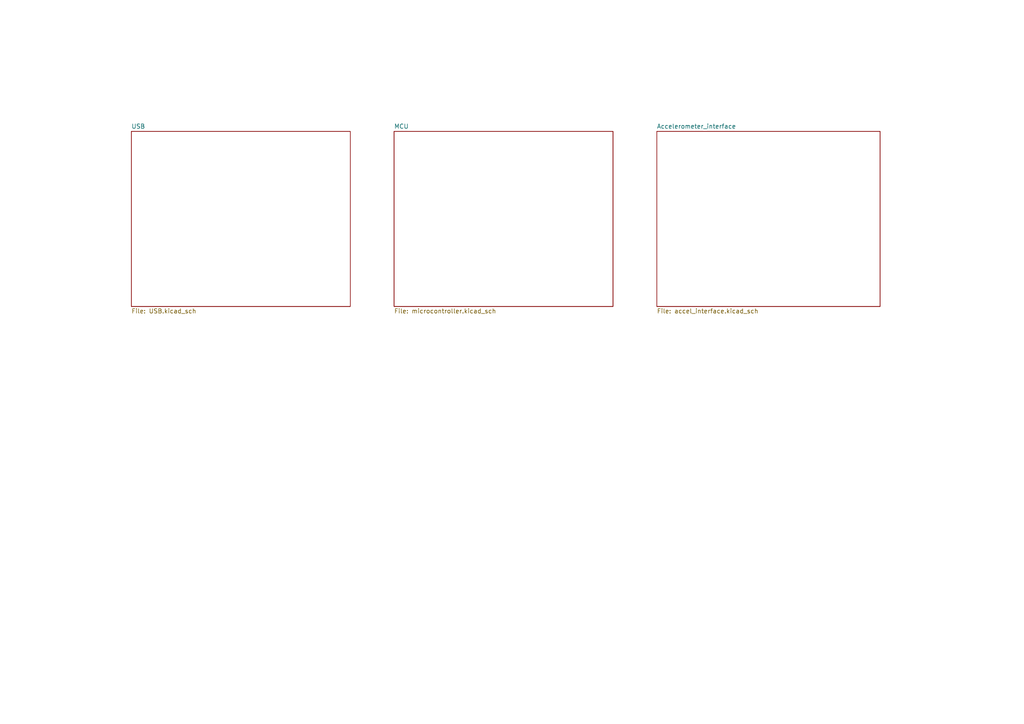
<source format=kicad_sch>
(kicad_sch
	(version 20231120)
	(generator "eeschema")
	(generator_version "8.0")
	(uuid "18de6987-156a-4b34-871e-cbbe1d261986")
	(paper "A4")
	(lib_symbols)
	(sheet
		(at 114.3 38.1)
		(size 63.5 50.8)
		(fields_autoplaced yes)
		(stroke
			(width 0.1524)
			(type solid)
		)
		(fill
			(color 0 0 0 0.0000)
		)
		(uuid "12588020-3bb6-4766-98bd-8aed38e60ec0")
		(property "Sheetname" "MCU"
			(at 114.3 37.3884 0)
			(effects
				(font
					(size 1.27 1.27)
				)
				(justify left bottom)
			)
		)
		(property "Sheetfile" "microcontroller.kicad_sch"
			(at 114.3 89.4846 0)
			(effects
				(font
					(size 1.27 1.27)
				)
				(justify left top)
			)
		)
		(instances
			(project "vibrometer_h7"
				(path "/18de6987-156a-4b34-871e-cbbe1d261986"
					(page "3")
				)
			)
		)
	)
	(sheet
		(at 38.1 38.1)
		(size 63.5 50.8)
		(fields_autoplaced yes)
		(stroke
			(width 0.1524)
			(type solid)
		)
		(fill
			(color 0 0 0 0.0000)
		)
		(uuid "4babb748-278e-4430-a66a-20cd9b0b193f")
		(property "Sheetname" "USB"
			(at 38.1 37.3884 0)
			(effects
				(font
					(size 1.27 1.27)
				)
				(justify left bottom)
			)
		)
		(property "Sheetfile" "USB.kicad_sch"
			(at 38.1 89.4846 0)
			(effects
				(font
					(size 1.27 1.27)
				)
				(justify left top)
			)
		)
		(instances
			(project "vibrometer_h7"
				(path "/18de6987-156a-4b34-871e-cbbe1d261986"
					(page "2")
				)
			)
		)
	)
	(sheet
		(at 190.5 38.1)
		(size 64.77 50.8)
		(fields_autoplaced yes)
		(stroke
			(width 0.1524)
			(type solid)
		)
		(fill
			(color 0 0 0 0.0000)
		)
		(uuid "719d72ab-d813-461f-9482-52ce573716fd")
		(property "Sheetname" "Accelerometer_interface"
			(at 190.5 37.3884 0)
			(effects
				(font
					(size 1.27 1.27)
				)
				(justify left bottom)
			)
		)
		(property "Sheetfile" "accel_interface.kicad_sch"
			(at 190.5 89.4846 0)
			(effects
				(font
					(size 1.27 1.27)
				)
				(justify left top)
			)
		)
		(instances
			(project "vibrometer_h7"
				(path "/18de6987-156a-4b34-871e-cbbe1d261986"
					(page "4")
				)
			)
		)
	)
	(sheet_instances
		(path "/"
			(page "1")
		)
	)
)

</source>
